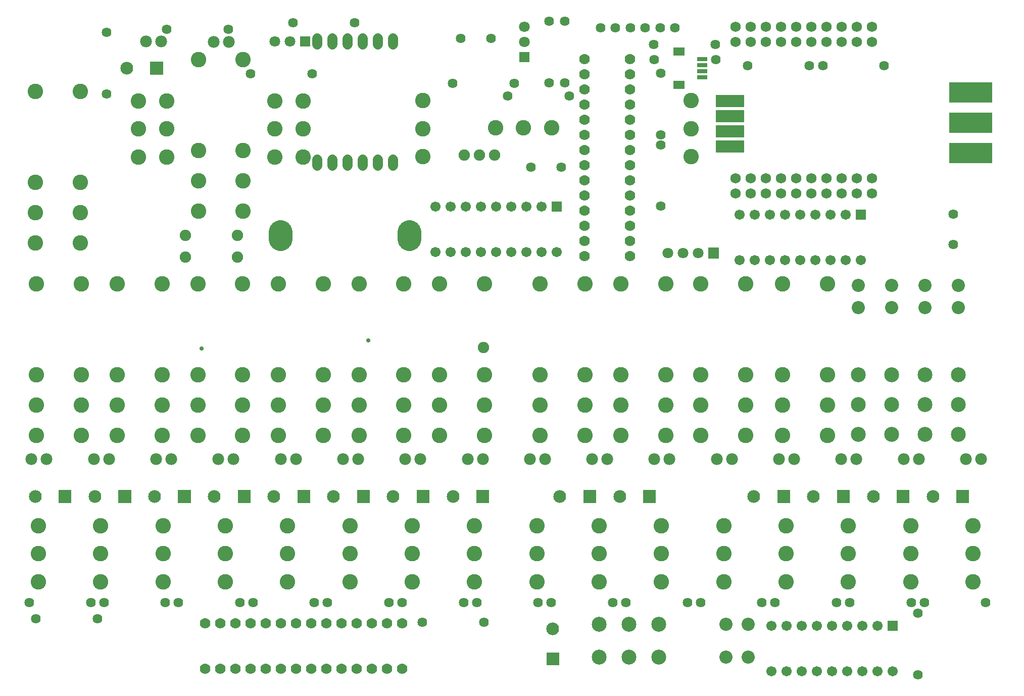
<source format=gbs>
G04 Layer: BottomSolderMaskLayer*
G04 EasyEDA v6.5.9, 2022-07-24 10:15:09*
G04 fe253c73351744798c961b15868a372a,02f1792b0bbe455e88b475f65b551f11,10*
G04 Gerber Generator version 0.2*
G04 Scale: 100 percent, Rotated: No, Reflected: No *
G04 Dimensions in millimeters *
G04 leading zeros omitted , absolute positions ,4 integer and 5 decimal *
%FSLAX45Y45*%
%MOMM*%

%ADD10C,4.0032*%
%ADD11C,1.7272*%
%ADD12C,1.6256*%
%ADD13C,2.1336*%
%ADD14C,1.9016*%
%ADD15C,2.5032*%
%ADD16C,2.2032*%
%ADD17C,2.6032*%
%ADD18C,1.8016*%
%ADD19C,2.6016*%
%ADD20C,1.7016*%
%ADD21C,1.9812*%
%ADD22C,1.8032*%
%ADD23R,1.7016X1.7016*%
%ADD24C,1.7780*%
%ADD25C,0.7116*%
%ADD26C,0.0122*%

%LPD*%
D10*
X4420488Y-3639992D02*
G01*
X4420488Y-3759992D01*
X6579488Y-3639992D02*
G01*
X6579488Y-3759992D01*
D11*
X6312001Y-403199D02*
G01*
X6312001Y-504799D01*
X6058001Y-403199D02*
G01*
X6058001Y-504799D01*
X5804001Y-403199D02*
G01*
X5804001Y-504799D01*
X5550001Y-403199D02*
G01*
X5550001Y-504799D01*
X5296001Y-403199D02*
G01*
X5296001Y-504799D01*
X5042001Y-403199D02*
G01*
X5042001Y-504799D01*
X5042001Y-2435199D02*
G01*
X5042001Y-2536799D01*
X5296001Y-2435199D02*
G01*
X5296001Y-2536799D01*
X5550001Y-2435199D02*
G01*
X5550001Y-2536799D01*
X5804001Y-2435199D02*
G01*
X5804001Y-2536799D01*
X6058001Y-2435199D02*
G01*
X6058001Y-2536799D01*
X6312001Y-2435199D02*
G01*
X6312001Y-2536799D01*
D12*
G01*
X15699993Y-3345942D03*
G01*
X15699993Y-3853942D03*
G01*
X7446009Y-399999D03*
G01*
X7954009Y-399999D03*
G01*
X8626017Y-2560015D03*
G01*
X9134017Y-2560015D03*
G01*
X11039703Y-219735D03*
G01*
X10789716Y-219735D03*
G01*
X10539704Y-219735D03*
G01*
X10289717Y-219735D03*
G01*
X10039705Y-219735D03*
G01*
X9789718Y-219735D03*
D11*
G01*
X14336598Y-456996D03*
G01*
X14336598Y-2742996D03*
G01*
X14082598Y-456996D03*
G01*
X14082598Y-2742996D03*
G01*
X13828598Y-456996D03*
G01*
X13828598Y-2742996D03*
G01*
X13574598Y-456996D03*
G01*
X13574598Y-2742996D03*
G01*
X13320598Y-456996D03*
G01*
X13066598Y-456996D03*
G01*
X12812598Y-456996D03*
G01*
X12558598Y-456996D03*
G01*
X12558598Y-2742996D03*
G01*
X12812598Y-2742996D03*
G01*
X13066598Y-2742996D03*
G01*
X13320598Y-2742996D03*
G01*
X14336598Y-2996996D03*
G01*
X14082598Y-2996996D03*
G01*
X13828598Y-2996996D03*
G01*
X13574598Y-2996996D03*
G01*
X13320598Y-2996996D03*
G01*
X13066598Y-2996996D03*
G01*
X12812598Y-2996996D03*
G01*
X12558598Y-2996996D03*
G01*
X14336598Y-202996D03*
G01*
X14082598Y-202996D03*
G01*
X13828598Y-202996D03*
G01*
X13574598Y-202996D03*
G01*
X13320598Y-202996D03*
G01*
X13066598Y-202996D03*
G01*
X12812598Y-202996D03*
G01*
X12558598Y-202996D03*
G01*
X12304598Y-2996996D03*
G01*
X12304598Y-2742996D03*
G01*
X12304598Y-202996D03*
G01*
X12304598Y-456996D03*
G01*
X12050598Y-2996996D03*
G01*
X12050598Y-2742996D03*
G01*
X12050598Y-202996D03*
G01*
X12050598Y-456996D03*
G36*
X15883381Y-1416557D02*
G01*
X15883381Y-1203197D01*
X16096741Y-1203197D01*
X16096741Y-1416557D01*
G37*
D13*
G01*
X15990011Y-1810181D03*
G36*
X15753588Y-8186673D02*
G01*
X15753588Y-7973313D01*
X15966947Y-7973313D01*
X15966947Y-8186673D01*
G37*
G01*
X15359811Y-8079994D03*
G36*
X14753590Y-8186673D02*
G01*
X14753590Y-7973313D01*
X14966950Y-7973313D01*
X14966950Y-8186673D01*
G37*
G01*
X14359813Y-8079994D03*
G36*
X10503408Y-8186673D02*
G01*
X10503408Y-7973313D01*
X10716768Y-7973313D01*
X10716768Y-8186673D01*
G37*
G01*
X10109809Y-8079994D03*
G36*
X9503409Y-8186673D02*
G01*
X9503409Y-7973313D01*
X9716770Y-7973313D01*
X9716770Y-8186673D01*
G37*
G01*
X9109811Y-8079994D03*
G36*
X7708900Y-8186673D02*
G01*
X7708900Y-7973313D01*
X7922259Y-7973313D01*
X7922259Y-8186673D01*
G37*
G01*
X7315327Y-8079994D03*
G36*
X6708902Y-8186673D02*
G01*
X6708902Y-7973313D01*
X6922261Y-7973313D01*
X6922261Y-8186673D01*
G37*
G01*
X6315329Y-8079994D03*
G36*
X5708904Y-8186673D02*
G01*
X5708904Y-7973313D01*
X5922263Y-7973313D01*
X5922263Y-8186673D01*
G37*
G01*
X5315305Y-8079994D03*
G36*
X3708908Y-8186673D02*
G01*
X3708908Y-7973313D01*
X3922268Y-7973313D01*
X3922268Y-8186673D01*
G37*
G01*
X3315309Y-8079994D03*
G36*
X2708909Y-8186673D02*
G01*
X2708909Y-7973313D01*
X2922270Y-7973313D01*
X2922270Y-8186673D01*
G37*
G01*
X2315311Y-8079994D03*
G36*
X1708912Y-8186673D02*
G01*
X1708912Y-7973313D01*
X1922271Y-7973313D01*
X1922271Y-8186673D01*
G37*
G01*
X1315313Y-8079994D03*
G36*
X13753591Y-8186673D02*
G01*
X13753591Y-7973313D01*
X13966952Y-7973313D01*
X13966952Y-8186673D01*
G37*
G01*
X13359815Y-8079994D03*
G36*
X12753593Y-8186673D02*
G01*
X12753593Y-7973313D01*
X12966954Y-7973313D01*
X12966954Y-8186673D01*
G37*
G01*
X12359817Y-8079994D03*
G36*
X4708906Y-8186673D02*
G01*
X4708906Y-7973313D01*
X4922265Y-7973313D01*
X4922265Y-8186673D01*
G37*
G01*
X4315307Y-8079994D03*
G36*
X708913Y-8186673D02*
G01*
X708913Y-7973313D01*
X922273Y-7973313D01*
X922273Y-8186673D01*
G37*
G01*
X315315Y-8079994D03*
G36*
X2243581Y-1006602D02*
G01*
X2243581Y-793242D01*
X2456941Y-793242D01*
X2456941Y-1006602D01*
G37*
G01*
X1849805Y-899998D03*
D14*
G01*
X3700424Y-4067327D03*
G01*
X2830423Y-4067327D03*
G01*
X3701618Y-3699535D03*
G01*
X2831617Y-3699535D03*
D15*
G01*
X15788817Y-7042327D03*
G01*
X15788817Y-6542328D03*
G01*
X15788817Y-6042329D03*
D16*
G01*
X15788817Y-4917338D03*
G01*
X15788817Y-4542332D03*
D15*
G01*
X15230017Y-7042327D03*
G01*
X15230017Y-6542328D03*
G01*
X15230017Y-6042329D03*
D16*
G01*
X15230017Y-4917338D03*
G01*
X15230017Y-4542332D03*
D15*
G01*
X14671217Y-7042327D03*
G01*
X14671217Y-6542328D03*
G01*
X14671217Y-6042329D03*
D16*
G01*
X14671217Y-4917338D03*
G01*
X14671217Y-4542332D03*
D15*
G01*
X14112417Y-7042327D03*
G01*
X14112417Y-6542328D03*
G01*
X14112417Y-6042329D03*
D16*
G01*
X14112417Y-4917338D03*
G01*
X14112417Y-4542332D03*
D14*
G01*
X7506004Y-2359990D03*
G01*
X7760004Y-2359990D03*
G01*
X8014004Y-2359990D03*
G36*
X11011154Y-1245107D02*
G01*
X11011154Y-1115060D01*
X11201400Y-1115060D01*
X11201400Y-1245107D01*
G37*
G36*
X11411204Y-785113D02*
G01*
X11411204Y-715010D01*
X11576304Y-715010D01*
X11576304Y-785113D01*
G37*
G36*
X11411204Y-885189D02*
G01*
X11411204Y-814831D01*
X11576304Y-814831D01*
X11576304Y-885189D01*
G37*
G36*
X11411204Y-985012D02*
G01*
X11411204Y-914907D01*
X11576304Y-914907D01*
X11576304Y-985012D01*
G37*
G36*
X11411204Y-1085087D02*
G01*
X11411204Y-1014984D01*
X11576304Y-1014984D01*
X11576304Y-1085087D01*
G37*
G36*
X11011154Y-685037D02*
G01*
X11011154Y-554736D01*
X11201400Y-554736D01*
X11201400Y-685037D01*
G37*
D17*
G01*
X10880775Y-4512335D03*
G01*
X10880775Y-6036335D03*
G01*
X10880775Y-6544335D03*
G01*
X10880775Y-7052335D03*
G01*
X10130764Y-7052335D03*
G01*
X10130764Y-6544335D03*
G01*
X10130764Y-6036335D03*
G01*
X10130764Y-4512335D03*
G01*
X9530003Y-4512335D03*
G01*
X9530003Y-6036335D03*
G01*
X9530003Y-6544335D03*
G01*
X9530003Y-7052335D03*
G01*
X8779992Y-7052335D03*
G01*
X8779992Y-6544335D03*
G01*
X8779992Y-6036335D03*
G01*
X8779992Y-4512335D03*
G01*
X7842427Y-4512335D03*
G01*
X7842427Y-6036335D03*
G01*
X7842427Y-6544335D03*
G01*
X7842427Y-7052335D03*
G01*
X7092416Y-7052335D03*
G01*
X7092416Y-6544335D03*
G01*
X7092416Y-6036335D03*
G01*
X7092416Y-4512335D03*
G01*
X6491655Y-4512335D03*
G01*
X6491655Y-6036335D03*
G01*
X6491655Y-6544335D03*
G01*
X6491655Y-7052335D03*
G01*
X5741644Y-7052335D03*
G01*
X5741644Y-6544335D03*
G01*
X5741644Y-6036335D03*
G01*
X5741644Y-4512335D03*
G01*
X5140883Y-4512335D03*
G01*
X5140883Y-6036335D03*
G01*
X5140883Y-6544335D03*
G01*
X5140883Y-7052335D03*
G01*
X4390847Y-7052335D03*
G01*
X4390847Y-6544335D03*
G01*
X4390847Y-6036335D03*
G01*
X4390847Y-4512335D03*
G01*
X3789857Y-4512335D03*
G01*
X3789857Y-6036335D03*
G01*
X3789857Y-6544335D03*
G01*
X3789857Y-7052335D03*
G01*
X3039846Y-7052335D03*
G01*
X3039846Y-6544335D03*
G01*
X3039846Y-6036335D03*
G01*
X3039846Y-4512335D03*
G01*
X2439085Y-4512335D03*
G01*
X2439085Y-6036335D03*
G01*
X2439085Y-6544335D03*
G01*
X2439085Y-7052335D03*
G01*
X1689074Y-7052335D03*
G01*
X1689074Y-6544335D03*
G01*
X1689074Y-6036335D03*
G01*
X1689074Y-4512335D03*
G01*
X1088313Y-4512335D03*
G01*
X1088313Y-6036335D03*
G01*
X1088313Y-6544335D03*
G01*
X1088313Y-7052335D03*
G01*
X338302Y-7052335D03*
G01*
X338302Y-6544335D03*
G01*
X338302Y-6036335D03*
G01*
X338302Y-4512335D03*
G01*
X13591717Y-4512335D03*
G01*
X13591717Y-6036335D03*
G01*
X13591717Y-6544335D03*
G01*
X13591717Y-7052335D03*
G01*
X12841706Y-7052335D03*
G01*
X12841706Y-6544335D03*
G01*
X12841706Y-6036335D03*
G01*
X12841706Y-4512335D03*
G01*
X12220117Y-4512335D03*
G01*
X12220117Y-6036335D03*
G01*
X12220117Y-6544335D03*
G01*
X12220117Y-7052335D03*
G01*
X11470106Y-7052335D03*
G01*
X11470106Y-6544335D03*
G01*
X11470106Y-6036335D03*
G01*
X11470106Y-4512335D03*
G01*
X3800017Y-753135D03*
G01*
X3800017Y-2277135D03*
G01*
X3800017Y-2785135D03*
G01*
X3800017Y-3293135D03*
G01*
X3050006Y-3293135D03*
G01*
X3050006Y-2785135D03*
G01*
X3050006Y-2277135D03*
G01*
X3050006Y-753135D03*
G01*
X1068298Y-1293495D03*
G01*
X1068298Y-2817495D03*
G01*
X1068298Y-3325495D03*
G01*
X1068298Y-3833495D03*
G01*
X318287Y-3833495D03*
G01*
X318287Y-3325495D03*
G01*
X318287Y-2817495D03*
G01*
X318287Y-1293495D03*
G36*
X11591036Y-4090162D02*
G01*
X11591036Y-3909821D01*
X11771122Y-3909821D01*
X11771122Y-4090162D01*
G37*
D18*
G01*
X11427002Y-3999992D03*
G01*
X11173002Y-3999992D03*
G01*
X10919002Y-3999992D03*
G36*
X8883395Y-10906760D02*
G01*
X8883395Y-10693400D01*
X9096756Y-10693400D01*
X9096756Y-10906760D01*
G37*
D13*
G01*
X8989999Y-10299827D03*
D15*
G01*
X9765436Y-10223017D03*
G01*
X10265435Y-10223017D03*
G01*
X10765434Y-10223017D03*
D16*
G01*
X11890425Y-10223017D03*
G01*
X12265431Y-10223017D03*
D15*
G01*
X9765411Y-10773003D03*
G01*
X10265409Y-10773003D03*
G01*
X10765409Y-10773003D03*
D16*
G01*
X11890400Y-10773003D03*
G01*
X12265406Y-10773003D03*
D12*
G01*
X12254991Y-855014D03*
G01*
X13285012Y-855014D03*
G01*
X13515009Y-855014D03*
G01*
X14545030Y-855014D03*
D19*
G01*
X6810019Y-1442186D03*
G01*
X6810019Y-1912188D03*
G01*
X6810019Y-2382189D03*
D20*
G01*
X14686000Y-11011001D03*
G01*
X14432000Y-11011001D03*
G01*
X14178000Y-11011001D03*
G01*
X13924000Y-11011001D03*
G01*
X13670000Y-11011001D03*
G01*
X13416000Y-11011001D03*
G01*
X13162000Y-11011001D03*
G01*
X12908000Y-11011001D03*
G01*
X12654000Y-11011001D03*
G01*
X12654000Y-10249001D03*
G01*
X12908000Y-10249001D03*
G01*
X13162000Y-10249001D03*
G01*
X13416000Y-10249001D03*
G01*
X13670000Y-10249001D03*
G01*
X13924000Y-10249001D03*
G01*
X14178000Y-10249001D03*
G01*
X14432000Y-10249001D03*
G36*
X14600936Y-10333989D02*
G01*
X14600936Y-10163810D01*
X14771116Y-10163810D01*
X14771116Y-10333989D01*
G37*
D19*
G01*
X2047341Y-1447190D03*
G01*
X2047341Y-1917192D03*
G01*
X2047341Y-2387193D03*
G01*
X2522347Y-1917192D03*
G01*
X2522347Y-2387193D03*
G01*
X2522347Y-1447190D03*
G01*
X4331157Y-1447190D03*
G01*
X4331157Y-1917192D03*
G01*
X4331157Y-2387193D03*
G01*
X4806162Y-1917192D03*
G01*
X4806162Y-2387193D03*
G01*
X4806162Y-1447190D03*
G36*
X11724893Y-1550162D02*
G01*
X11724893Y-1349755D01*
X12195047Y-1349755D01*
X12195047Y-1550162D01*
G37*
G36*
X11724893Y-1804162D02*
G01*
X11724893Y-1603755D01*
X12195047Y-1603755D01*
X12195047Y-1804162D01*
G37*
G36*
X11724893Y-2058162D02*
G01*
X11724893Y-1857755D01*
X12195047Y-1857755D01*
X12195047Y-2058162D01*
G37*
G36*
X11724893Y-2312162D02*
G01*
X11724893Y-2111755D01*
X12195047Y-2111755D01*
X12195047Y-2312162D01*
G37*
G36*
X15630906Y-1474215D02*
G01*
X15630906Y-1133855D01*
X16351250Y-1133855D01*
X16351250Y-1474215D01*
G37*
G36*
X15630906Y-1982215D02*
G01*
X15630906Y-1641855D01*
X16351250Y-1641855D01*
X16351250Y-1982215D01*
G37*
G36*
X15630906Y-2490215D02*
G01*
X15630906Y-2149855D01*
X16351250Y-2149855D01*
X16351250Y-2490215D01*
G37*
D20*
G01*
X9056014Y-3980992D03*
G01*
X8802014Y-3980992D03*
G01*
X8548014Y-3980992D03*
G01*
X8294014Y-3980992D03*
G01*
X8040014Y-3980992D03*
G01*
X7786014Y-3980992D03*
G01*
X7532014Y-3980992D03*
G01*
X7278014Y-3980992D03*
G01*
X7024014Y-3980992D03*
G01*
X7024014Y-3218992D03*
G01*
X7278014Y-3218992D03*
G01*
X7532014Y-3218992D03*
G01*
X7786014Y-3218992D03*
G01*
X8040014Y-3218992D03*
G01*
X8294014Y-3218992D03*
G01*
X8548014Y-3218992D03*
G01*
X8802014Y-3218992D03*
G36*
X8971025Y-3304031D02*
G01*
X8971025Y-3133852D01*
X9141206Y-3133852D01*
X9141206Y-3304031D01*
G37*
G01*
X14150593Y-4118610D03*
G01*
X13896593Y-4118610D03*
G01*
X13642593Y-4118610D03*
G01*
X13388593Y-4118610D03*
G01*
X13134593Y-4118610D03*
G01*
X12880593Y-4118610D03*
G01*
X12626593Y-4118610D03*
G01*
X12372593Y-4118610D03*
G01*
X12118593Y-4118610D03*
G01*
X12118593Y-3356610D03*
G01*
X12372593Y-3356610D03*
G01*
X12626593Y-3356610D03*
G01*
X12880593Y-3356610D03*
G01*
X13134593Y-3356610D03*
G01*
X13388593Y-3356610D03*
G01*
X13642593Y-3356610D03*
G01*
X13896593Y-3356610D03*
G36*
X14065504Y-3441700D02*
G01*
X14065504Y-3271520D01*
X14235684Y-3271520D01*
X14235684Y-3441700D01*
G37*
D19*
G01*
X16031133Y-8570010D03*
G01*
X16031133Y-9040012D03*
G01*
X16031133Y-9510013D03*
G01*
X14987016Y-8570010D03*
G01*
X14987016Y-9040012D03*
G01*
X14987016Y-9510013D03*
G01*
X13942898Y-8570010D03*
G01*
X13942898Y-9040012D03*
G01*
X13942898Y-9510013D03*
G01*
X12898805Y-8570010D03*
G01*
X12898805Y-9040012D03*
G01*
X12898805Y-9510013D03*
G01*
X11854688Y-8570010D03*
G01*
X11854688Y-9040012D03*
G01*
X11854688Y-9510013D03*
G01*
X10810570Y-8570010D03*
G01*
X10810570Y-9040012D03*
G01*
X10810570Y-9510013D03*
G01*
X9766452Y-8570010D03*
G01*
X9766452Y-9040012D03*
G01*
X9766452Y-9510013D03*
G01*
X8722334Y-8570010D03*
G01*
X8722334Y-9040012D03*
G01*
X8722334Y-9510013D03*
G01*
X7678242Y-8570010D03*
G01*
X7678242Y-9040012D03*
G01*
X7678242Y-9510013D03*
G01*
X6634124Y-8570010D03*
G01*
X6634124Y-9040012D03*
G01*
X6634124Y-9510013D03*
G01*
X5590006Y-8570010D03*
G01*
X5590006Y-9040012D03*
G01*
X5590006Y-9510013D03*
G01*
X4545888Y-8570010D03*
G01*
X4545888Y-9040012D03*
G01*
X4545888Y-9510013D03*
G01*
X3501770Y-8570010D03*
G01*
X3501770Y-9040012D03*
G01*
X3501770Y-9510013D03*
G01*
X2457678Y-8570010D03*
G01*
X2457678Y-9040012D03*
G01*
X2457678Y-9510013D03*
G01*
X1413560Y-8570010D03*
G01*
X1413560Y-9040012D03*
G01*
X1413560Y-9510013D03*
G01*
X369443Y-8570010D03*
G01*
X369443Y-9040012D03*
G01*
X369443Y-9510013D03*
D12*
G01*
X10684992Y-499998D03*
G01*
X11715013Y-499998D03*
G01*
X11719128Y-753135D03*
G01*
X10689107Y-753135D03*
G01*
X1515414Y-1332356D03*
G01*
X1515414Y-302336D03*
G01*
X16245027Y-9860000D03*
G01*
X15215006Y-9860000D03*
G01*
X11465001Y-9860000D03*
G01*
X12495022Y-9860000D03*
G01*
X10214990Y-9860000D03*
G01*
X11245011Y-9860000D03*
G01*
X9995027Y-9860000D03*
G01*
X8965006Y-9860000D03*
G01*
X8745016Y-9860000D03*
G01*
X7714995Y-9860000D03*
G01*
X7835011Y-10189997D03*
G01*
X6804990Y-10189997D03*
G01*
X7495006Y-9860000D03*
G01*
X6464985Y-9860000D03*
G01*
X6245021Y-9860000D03*
G01*
X5215000Y-9860000D03*
G01*
X3964990Y-9860000D03*
G01*
X4995011Y-9860000D03*
G01*
X2714980Y-9860000D03*
G01*
X3745001Y-9860000D03*
G01*
X2495016Y-9860000D03*
G01*
X1464995Y-9860000D03*
G01*
X1355013Y-10130002D03*
G01*
X324993Y-10130002D03*
G01*
X214985Y-9860000D03*
G01*
X1245006Y-9860000D03*
D21*
G01*
X2174417Y-448335D03*
G01*
X2428417Y-448335D03*
G01*
X15912998Y-7450023D03*
G01*
X16166998Y-7450023D03*
G01*
X11737035Y-7449997D03*
G01*
X11991035Y-7449997D03*
G01*
X10693018Y-7449997D03*
G01*
X10947018Y-7449997D03*
G01*
X9649028Y-7449997D03*
G01*
X9903028Y-7449997D03*
G01*
X8605037Y-7449997D03*
G01*
X8859037Y-7449997D03*
G01*
X7561021Y-7449997D03*
G01*
X7815021Y-7449997D03*
G01*
X6517030Y-7449997D03*
G01*
X6771030Y-7449997D03*
G01*
X5473014Y-7449997D03*
G01*
X5727014Y-7449997D03*
G01*
X4429023Y-7449997D03*
G01*
X4683023Y-7449997D03*
G01*
X3385007Y-7449997D03*
G01*
X3639007Y-7449997D03*
G01*
X2340990Y-7449997D03*
G01*
X2594990Y-7449997D03*
G01*
X1297000Y-7450023D03*
G01*
X1551000Y-7450023D03*
G01*
X252984Y-7450023D03*
G01*
X506984Y-7450023D03*
G01*
X12781025Y-7450023D03*
G01*
X13035025Y-7450023D03*
D12*
G01*
X15110002Y-11065027D03*
G01*
X15110002Y-10035006D03*
G01*
X13964996Y-9860000D03*
G01*
X14995016Y-9860000D03*
G01*
X12714986Y-9860000D03*
G01*
X13745006Y-9860000D03*
D21*
G01*
X14869007Y-7449997D03*
G01*
X15123007Y-7449997D03*
G01*
X13824991Y-7449997D03*
G01*
X14078991Y-7449997D03*
G36*
X4756404Y-533400D02*
G01*
X4756404Y-363220D01*
X4926584Y-363220D01*
X4926584Y-533400D01*
G37*
D22*
G01*
X4587417Y-448335D03*
G01*
X4333417Y-448335D03*
D23*
G01*
X8510015Y-713994D03*
D22*
G01*
X8510015Y-459994D03*
G01*
X8510015Y-205994D03*
D19*
G01*
X11310010Y-1442186D03*
G01*
X11310010Y-1912188D03*
G01*
X11310010Y-2382189D03*
G01*
X8030006Y-1902205D03*
G01*
X8500008Y-1902205D03*
G01*
X8970009Y-1902205D03*
D12*
G01*
X3924985Y-989990D03*
G01*
X4955006Y-989990D03*
G01*
X4634991Y-140004D03*
G01*
X5665012Y-140004D03*
G01*
X8930004Y-1145006D03*
G01*
X8930004Y-114985D03*
G01*
X9189999Y-1145006D03*
G01*
X9189999Y-114985D03*
G01*
X3553028Y-245135D03*
G01*
X2523007Y-245135D03*
G01*
X10800003Y-984986D03*
G01*
X10800003Y-2015007D03*
G01*
X10800003Y-3215004D03*
G01*
X10800003Y-2184984D03*
G01*
X9265005Y-1369999D03*
G01*
X8234984Y-1369999D03*
G01*
X7314996Y-1150010D03*
G01*
X8345017Y-1150010D03*
D21*
G01*
X3304082Y-461035D03*
G01*
X3558082Y-461035D03*
D24*
G01*
X6460997Y-10208996D03*
G01*
X6206997Y-10208996D03*
G01*
X5952997Y-10208996D03*
G01*
X5698997Y-10208996D03*
G01*
X5444997Y-10208996D03*
G01*
X5190997Y-10208996D03*
G01*
X4936997Y-10208996D03*
G01*
X4682997Y-10208996D03*
G01*
X4428997Y-10208996D03*
G01*
X4174997Y-10208996D03*
G01*
X3920997Y-10208996D03*
G01*
X3666997Y-10208996D03*
G01*
X3412997Y-10208996D03*
G01*
X3158997Y-10208996D03*
G01*
X3158997Y-10970996D03*
G01*
X3412997Y-10970996D03*
G01*
X3666997Y-10970996D03*
G01*
X3920997Y-10970996D03*
G01*
X4174997Y-10970996D03*
G01*
X4428997Y-10970996D03*
G01*
X4682997Y-10970996D03*
G01*
X4936997Y-10970996D03*
G01*
X5190997Y-10970996D03*
G01*
X5444997Y-10970996D03*
G01*
X5698997Y-10970996D03*
G01*
X5952997Y-10970996D03*
G01*
X6206997Y-10970996D03*
G01*
X6460997Y-10970996D03*
G01*
X10281005Y-4050995D03*
G01*
X10281005Y-3796995D03*
G01*
X10281005Y-3542995D03*
G01*
X10281005Y-3288995D03*
G01*
X10281005Y-3034995D03*
G01*
X10281005Y-2780995D03*
G01*
X10281005Y-2526995D03*
G01*
X10281005Y-2272995D03*
G01*
X10281005Y-2018995D03*
G01*
X10281005Y-1764995D03*
G01*
X10281005Y-1510995D03*
G01*
X10281005Y-1256995D03*
G01*
X10281005Y-1002995D03*
G01*
X10281005Y-748995D03*
G01*
X9519005Y-748995D03*
G01*
X9519005Y-1002995D03*
G01*
X9519005Y-1256995D03*
G01*
X9519005Y-1510995D03*
G01*
X9519005Y-1764995D03*
G01*
X9519005Y-2018995D03*
G01*
X9519005Y-2272995D03*
G01*
X9519005Y-2526995D03*
G01*
X9519005Y-2780995D03*
G01*
X9519005Y-3034995D03*
G01*
X9519005Y-3288995D03*
G01*
X9519005Y-3542995D03*
G01*
X9519005Y-3796995D03*
G01*
X9519005Y-4050995D03*
D14*
G01*
X7828203Y-5579135D03*
D25*
G01*
X3099993Y-5599988D03*
G01*
X5900013Y-5460009D03*
M02*

</source>
